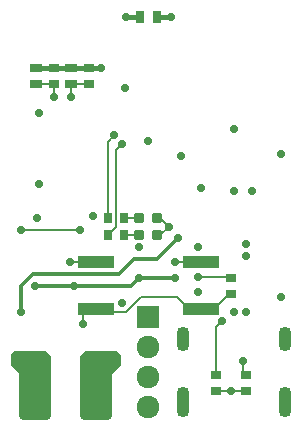
<source format=gbl>
G04*
G04 #@! TF.GenerationSoftware,Altium Limited,Altium Designer,23.3.1 (30)*
G04*
G04 Layer_Physical_Order=4*
G04 Layer_Color=16711680*
%FSLAX43Y43*%
%MOMM*%
G71*
G04*
G04 #@! TF.SameCoordinates,291B95C8-E4AE-492A-8979-900EF43719B7*
G04*
G04*
G04 #@! TF.FilePolarity,Positive*
G04*
G01*
G75*
%ADD14C,0.200*%
G04:AMPARAMS|DCode=19|XSize=0.7mm|YSize=0.9mm|CornerRadius=0.07mm|HoleSize=0mm|Usage=FLASHONLY|Rotation=180.000|XOffset=0mm|YOffset=0mm|HoleType=Round|Shape=RoundedRectangle|*
%AMROUNDEDRECTD19*
21,1,0.700,0.760,0,0,180.0*
21,1,0.560,0.900,0,0,180.0*
1,1,0.140,-0.280,0.380*
1,1,0.140,0.280,0.380*
1,1,0.140,0.280,-0.380*
1,1,0.140,-0.280,-0.380*
%
%ADD19ROUNDEDRECTD19*%
G04:AMPARAMS|DCode=20|XSize=0.7mm|YSize=0.9mm|CornerRadius=0.07mm|HoleSize=0mm|Usage=FLASHONLY|Rotation=270.000|XOffset=0mm|YOffset=0mm|HoleType=Round|Shape=RoundedRectangle|*
%AMROUNDEDRECTD20*
21,1,0.700,0.760,0,0,270.0*
21,1,0.560,0.900,0,0,270.0*
1,1,0.140,-0.380,-0.280*
1,1,0.140,-0.380,0.280*
1,1,0.140,0.380,0.280*
1,1,0.140,0.380,-0.280*
%
%ADD20ROUNDEDRECTD20*%
G04:AMPARAMS|DCode=22|XSize=2.665mm|YSize=4.19mm|CornerRadius=0.267mm|HoleSize=0mm|Usage=FLASHONLY|Rotation=180.000|XOffset=0mm|YOffset=0mm|HoleType=Round|Shape=RoundedRectangle|*
%AMROUNDEDRECTD22*
21,1,2.665,3.657,0,0,180.0*
21,1,2.132,4.190,0,0,180.0*
1,1,0.533,-1.066,1.829*
1,1,0.533,1.066,1.829*
1,1,0.533,1.066,-1.829*
1,1,0.533,-1.066,-1.829*
%
%ADD22ROUNDEDRECTD22*%
G04:AMPARAMS|DCode=23|XSize=0.75mm|YSize=0.96mm|CornerRadius=0.075mm|HoleSize=0mm|Usage=FLASHONLY|Rotation=0.000|XOffset=0mm|YOffset=0mm|HoleType=Round|Shape=RoundedRectangle|*
%AMROUNDEDRECTD23*
21,1,0.750,0.810,0,0,0.0*
21,1,0.600,0.960,0,0,0.0*
1,1,0.150,0.300,-0.405*
1,1,0.150,-0.300,-0.405*
1,1,0.150,-0.300,0.405*
1,1,0.150,0.300,0.405*
%
%ADD23ROUNDEDRECTD23*%
G04:AMPARAMS|DCode=32|XSize=0.75mm|YSize=0.96mm|CornerRadius=0.075mm|HoleSize=0mm|Usage=FLASHONLY|Rotation=270.000|XOffset=0mm|YOffset=0mm|HoleType=Round|Shape=RoundedRectangle|*
%AMROUNDEDRECTD32*
21,1,0.750,0.810,0,0,270.0*
21,1,0.600,0.960,0,0,270.0*
1,1,0.150,-0.405,-0.300*
1,1,0.150,-0.405,0.300*
1,1,0.150,0.405,0.300*
1,1,0.150,0.405,-0.300*
%
%ADD32ROUNDEDRECTD32*%
%ADD58C,0.300*%
%ADD59C,0.400*%
%ADD60C,1.925*%
G04:AMPARAMS|DCode=61|XSize=1.925mm|YSize=1.925mm|CornerRadius=0.193mm|HoleSize=0mm|Usage=FLASHONLY|Rotation=270.000|XOffset=0mm|YOffset=0mm|HoleType=Round|Shape=RoundedRectangle|*
%AMROUNDEDRECTD61*
21,1,1.925,1.540,0,0,270.0*
21,1,1.540,1.925,0,0,270.0*
1,1,0.385,-0.770,-0.770*
1,1,0.385,-0.770,0.770*
1,1,0.385,0.770,0.770*
1,1,0.385,0.770,-0.770*
%
%ADD61ROUNDEDRECTD61*%
%ADD62O,1.100X2.100*%
%ADD63O,1.100X2.600*%
%ADD64C,0.700*%
G04:AMPARAMS|DCode=65|XSize=0.8mm|YSize=0.8mm|CornerRadius=0.08mm|HoleSize=0mm|Usage=FLASHONLY|Rotation=0.000|XOffset=0mm|YOffset=0mm|HoleType=Round|Shape=RoundedRectangle|*
%AMROUNDEDRECTD65*
21,1,0.800,0.640,0,0,0.0*
21,1,0.640,0.800,0,0,0.0*
1,1,0.160,0.320,-0.320*
1,1,0.160,-0.320,-0.320*
1,1,0.160,-0.320,0.320*
1,1,0.160,0.320,0.320*
%
%ADD65ROUNDEDRECTD65*%
G04:AMPARAMS|DCode=66|XSize=1mm|YSize=3.1mm|CornerRadius=0.1mm|HoleSize=0mm|Usage=FLASHONLY|Rotation=90.000|XOffset=0mm|YOffset=0mm|HoleType=Round|Shape=RoundedRectangle|*
%AMROUNDEDRECTD66*
21,1,1.000,2.900,0,0,90.0*
21,1,0.800,3.100,0,0,90.0*
1,1,0.200,1.450,0.400*
1,1,0.200,1.450,-0.400*
1,1,0.200,-1.450,-0.400*
1,1,0.200,-1.450,0.400*
%
%ADD66ROUNDEDRECTD66*%
%ADD67R,3.100X1.000*%
G36*
X4250Y6050D02*
Y3950D01*
X2150D01*
X850Y5250D01*
Y6150D01*
X1150Y6450D01*
X3850D01*
X4250Y6050D01*
D02*
G37*
G36*
X10150Y6150D02*
Y5250D01*
X8850Y3950D01*
X6750D01*
Y6050D01*
X7150Y6450D01*
X9850D01*
X10150Y6150D01*
D02*
G37*
D14*
X19500Y3065D02*
X20750D01*
X18250D02*
X19500D01*
X7000Y10000D02*
X8050D01*
X7000Y8750D02*
Y10000D01*
X1750Y16750D02*
X6750D01*
X15930Y10000D02*
X16950D01*
X14930Y11000D02*
X15930Y10000D01*
X11845Y11000D02*
X14930D01*
X8050Y10000D02*
X8300Y9750D01*
X10595D01*
X11845Y11000D01*
X16950Y10000D02*
X18037D01*
X19352Y11315D02*
X19500D01*
X18037Y10000D02*
X19352Y11315D01*
X16750Y12750D02*
X19435D01*
X19500Y12685D01*
X5850Y14000D02*
X8050D01*
X14750D02*
X16950D01*
X13250Y16250D02*
X13500D01*
X14250Y17000D01*
X13250Y17750D02*
X13500D01*
X14250Y17000D01*
X11750Y16250D02*
X11750Y16250D01*
X10435Y16250D02*
X11750D01*
Y17750D02*
X11750Y17750D01*
X10435Y17750D02*
X11750D01*
X3000Y29050D02*
X3015Y29065D01*
X4500D01*
X4500Y29065D01*
Y28000D02*
Y29065D01*
X6000Y28000D02*
Y29050D01*
X6015Y29065D01*
X7500D01*
X18250Y4435D02*
Y8500D01*
X18750Y9000D01*
X20500Y4685D02*
X20750Y4435D01*
X20500Y4685D02*
Y5600D01*
X9742Y23467D02*
X10275Y24000D01*
X9742Y16927D02*
Y23467D01*
X9065Y16250D02*
X9742Y16927D01*
X9065Y24190D02*
X9625Y24750D01*
X9065Y17750D02*
Y24190D01*
D19*
X10435Y16250D02*
D03*
X9065Y16250D02*
D03*
X10435Y17750D02*
D03*
X9065D02*
D03*
D20*
X4500Y29065D02*
D03*
Y30435D02*
D03*
X7500Y29065D02*
D03*
Y30435D02*
D03*
X19500Y11315D02*
D03*
Y12685D02*
D03*
X18250Y3065D02*
D03*
Y4435D02*
D03*
X20750Y3065D02*
D03*
Y4435D02*
D03*
D22*
X2900Y2750D02*
D03*
X8100D02*
D03*
D23*
X11800Y34750D02*
D03*
X13200D02*
D03*
D32*
X3000Y29050D02*
D03*
Y30450D02*
D03*
X6000Y29050D02*
D03*
Y30450D02*
D03*
D58*
X11685Y12685D02*
X14750D01*
X1750Y12000D02*
X2750Y13000D01*
X1750Y9750D02*
Y12000D01*
X2750Y13000D02*
X10000D01*
X11250Y14250D01*
X13250D01*
X15000Y16000D01*
X6200Y11950D02*
X6743D01*
X11000Y12000D02*
X11685Y12685D01*
X6793Y12000D02*
X11000D01*
X6743Y11950D02*
X6793Y12000D01*
X2900Y11950D02*
X6200D01*
D59*
X10595Y34750D02*
X11800D01*
X13200D02*
X14405D01*
X7500Y30435D02*
X8485D01*
X3000Y30450D02*
X4485D01*
X4515D02*
X6000D01*
X7485D01*
D60*
X12500Y1690D02*
D03*
Y4230D02*
D03*
Y6770D02*
D03*
D61*
Y9310D02*
D03*
D62*
X24070Y7500D02*
D03*
X15430D02*
D03*
D63*
X24070Y2140D02*
D03*
X15430D02*
D03*
D64*
X19500Y3065D02*
D03*
X7000Y8750D02*
D03*
X6750Y16750D02*
D03*
X14750Y12685D02*
D03*
X1750Y9750D02*
D03*
X2900Y11950D02*
D03*
X11685Y12685D02*
D03*
Y15250D02*
D03*
X5850Y14000D02*
D03*
X14750D02*
D03*
X14250Y17000D02*
D03*
X14405Y34750D02*
D03*
X10595D02*
D03*
X8500Y30450D02*
D03*
X6000Y28000D02*
D03*
X4500D02*
D03*
X10500Y28750D02*
D03*
X21250Y20000D02*
D03*
X19750D02*
D03*
X23750Y23185D02*
D03*
X20500Y5600D02*
D03*
X18750Y9000D02*
D03*
X15000Y16000D02*
D03*
X15250Y22990D02*
D03*
X12500Y24250D02*
D03*
X10275Y24000D02*
D03*
X9625Y24750D02*
D03*
X10250Y10500D02*
D03*
X7815Y17940D02*
D03*
X3250Y26640D02*
D03*
X3250Y20625D02*
D03*
X16750Y11500D02*
D03*
Y12750D02*
D03*
Y15250D02*
D03*
X17000Y20250D02*
D03*
X19750Y9750D02*
D03*
X20750D02*
D03*
X6200Y11950D02*
D03*
X3100Y17750D02*
D03*
X1750Y16750D02*
D03*
X23750Y11000D02*
D03*
X20750Y14500D02*
D03*
Y15500D02*
D03*
X19750Y25250D02*
D03*
X7400Y5750D02*
D03*
X8500D02*
D03*
X9600D02*
D03*
X1400D02*
D03*
X2500D02*
D03*
X3600D02*
D03*
D65*
X13250Y16250D02*
D03*
X11750D02*
D03*
Y17750D02*
D03*
X13250Y17750D02*
D03*
D66*
X8050Y14000D02*
D03*
X16950Y10000D02*
D03*
X8050D02*
D03*
D67*
X16950Y14000D02*
D03*
M02*

</source>
